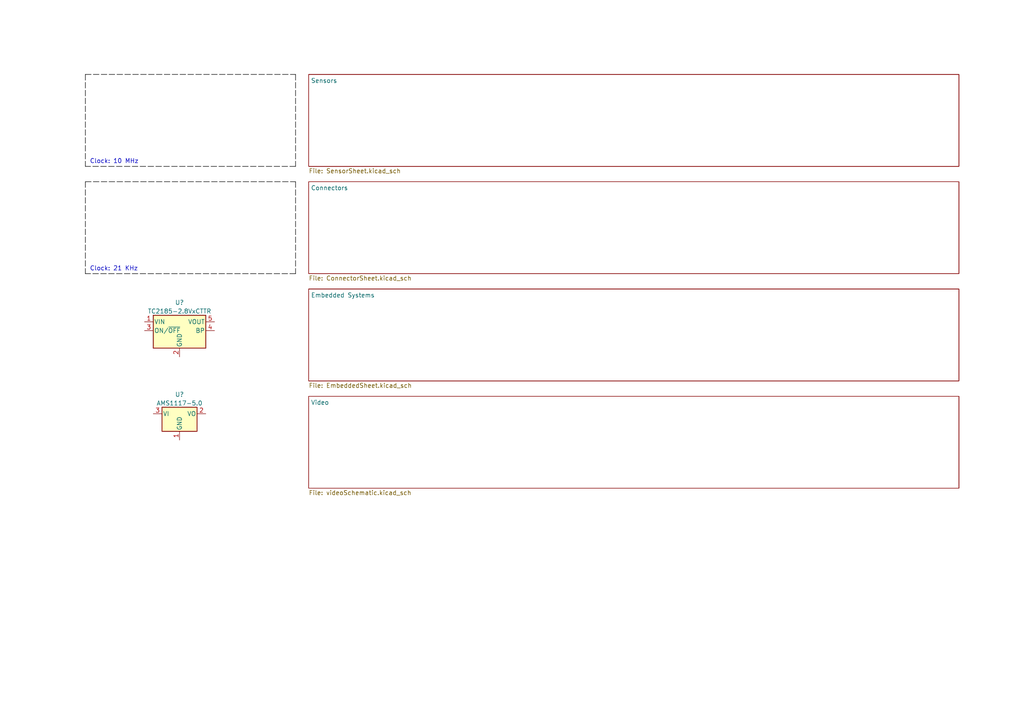
<source format=kicad_sch>
(kicad_sch (version 20211123) (generator eeschema)
  (paper "A4")
  (lib_symbols
    (symbol "Regulator_Linear:AMS1117-5.0" (pin_names (offset 0.254))
      (property "Reference" "U" (at -3.81 3.175 0))
      (property "Value" "AMS1117-5.0" (at 0 3.175 0))
      (symbol "AMS1117-5.0_0_1"
        (rectangle (start -5.08 -5.08) (end 5.08 1.905) (stroke (width 0.254)) (fill (type background)))
      )
      (symbol "AMS1117-5.0_1_1"
        (pin power_in line (at 0 -7.62 90) (length 2.54) (name "GND") (number "1"))
        (pin power_out line (at 7.62 0 180) (length 2.54) (name "VO") (number "2"))
        (pin power_in line (at -7.62 0 0) (length 2.54) (name "VI") (number "3"))
      )
    )
    (symbol "Regulator_Linear:TC2185-2.8VxCTTR" (pin_names (offset 0.254))
      (property "Reference" "U" (at -6.35 5.715 0))
      (property "Value" "TC2185-2.8VxCTTR" (at 0 5.715 0))
      (symbol "TC2185-2.8VxCTTR_0_1"
        (rectangle (start -7.62 -5.08) (end 7.62 4.445) (stroke (width 0.254)) (fill (type background)))
      )
      (symbol "TC2185-2.8VxCTTR_1_1"
        (pin power_in line (at -10.16 2.54 0) (length 2.54) (name "VIN") (number "1"))
        (pin power_in line (at 0 -7.62 90) (length 2.54) (name "GND") (number "2"))
        (pin input line (at -10.16 0 0) (length 2.54) (name "ON/~{OFF}") (number "3"))
        (pin input line (at 10.16 0 180) (length 2.54) (name "BP") (number "4"))
        (pin power_out line (at 10.16 2.54 180) (length 2.54) (name "VOUT") (number "5"))
      )
    )
  )
  (polyline (pts (xy 24.765 21.59) (xy 85.725 21.59)) (stroke (width 0) (color 0 0 0 1)))
  (polyline (pts (xy 85.725 79.375) (xy 24.765 79.375)) (stroke (width 0) (color 0 0 0 1)))
  (polyline (pts (xy 85.725 52.705) (xy 85.725 79.375)) (stroke (width 0) (color 0 0 0 1)))
  (polyline (pts (xy 24.765 52.705) (xy 24.765 79.375)) (stroke (width 0) (color 0 0 0 1)))
  (polyline (pts (xy 24.765 21.59) (xy 24.765 48.26)) (stroke (width 0) (color 0 0 0 1)))
  (polyline (pts (xy 85.725 48.26) (xy 24.765 48.26)) (stroke (width 0) (color 0 0 0 1)))
  (polyline (pts (xy 24.765 52.705) (xy 85.725 52.705)) (stroke (width 0) (color 0 0 0 1)))
  (polyline (pts (xy 85.725 21.59) (xy 85.725 48.26)) (stroke (width 0) (color 0 0 0 1)))
  (text "Clock: 10 MHz\n" (at 26.035 47.625 0) (effects (font (size 1.27 1.27)) (justify left bottom)))
  (text "Clock: 21 KHz\n" (at 26.035 78.74 0) (effects (font (size 1.27 1.27)) (justify left bottom)))
  (symbol (lib_id "Regulator_Linear:AMS1117-5.0") (at 52.07 120.015 0) (unit 1)
    (property "Reference" "U?" (at 52.07 114.4102 0))
    (property "Value" "AMS1117-5.0" (at 52.07 116.9471 0))
    (property "Footprint" "Package_TO_SOT_SMD:SOT-223-3_TabPin2" (effects hide))
    (property "Datasheet" "http://www.advanced-monolithic.com/pdf/ds1117.pdf" (effects hide))
  )
  (symbol (lib_id "Regulator_Linear:TC2185-2.8VxCTTR") (at 52.07 95.885 0) (unit 1)
    (property "Reference" "U?" (at 52.07 87.7402 0))
    (property "Value" "TC2185-2.8VxCTTR" (at 52.07 90.2771 0))
    (property "Footprint" "Package_TO_SOT_SMD:SOT-23-5" (effects hide))
    (property "Datasheet" "http://ww1.microchip.com/downloads/en/DeviceDoc/21662F.pdf" (effects hide))
  )
  (sheet (at 89.535 83.82) (size 188.595 26.67) (stroke (width 0.1524))
    (property "Sheet name" "Embedded Systems" (at 90.17 86.36 0) (effects (justify left bottom)))
    (property "Sheet file" "EmbeddedSheet.kicad_sch" (at 89.535 111.0746 0) (effects (justify left top)))
  )
  (sheet (at 89.535 21.59) (size 188.595 26.67) (stroke (width 0.1524))
    (property "Sheet name" "Sensors" (at 90.17 24.13 0) (effects (justify left bottom)))
    (property "Sheet file" "SensorSheet.kicad_sch" (at 89.535 48.8446 0) (effects (justify left top)))
  )
  (sheet (at 89.535 52.705) (size 188.595 26.67) (stroke (width 0.1524))
    (property "Sheet name" "Connectors" (at 90.17 55.245 0) (effects (justify left bottom)))
    (property "Sheet file" "ConnectorSheet.kicad_sch" (at 89.535 79.9596 0) (effects (justify left top)))
  )
  (sheet (at 89.535 114.935) (size 188.595 26.67) (stroke (width 0.1524))
    (property "Sheet name" "Video" (at 90.17 117.475 0) (effects (justify left bottom)))
    (property "Sheet file" "videoSchematic.kicad_sch" (at 89.535 142.1896 0) (effects (justify left top)))
  )
)
</source>
